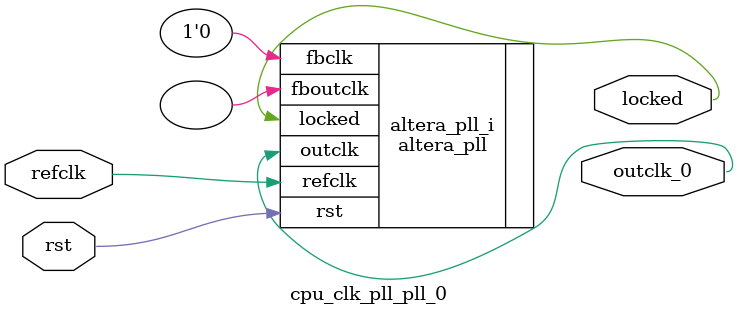
<source format=v>
`timescale 1ns/10ps
module  cpu_clk_pll_pll_0(

	// interface 'refclk'
	input wire refclk,

	// interface 'reset'
	input wire rst,

	// interface 'outclk0'
	output wire outclk_0,

	// interface 'locked'
	output wire locked
);

	altera_pll #(
		.fractional_vco_multiplier("false"),
		.reference_clock_frequency("50.0 MHz"),
		.operation_mode("direct"),
		.number_of_clocks(1),
		.output_clock_frequency0("10.000000 MHz"),
		.phase_shift0("0 ps"),
		.duty_cycle0(50),
		.output_clock_frequency1("0 MHz"),
		.phase_shift1("0 ps"),
		.duty_cycle1(50),
		.output_clock_frequency2("0 MHz"),
		.phase_shift2("0 ps"),
		.duty_cycle2(50),
		.output_clock_frequency3("0 MHz"),
		.phase_shift3("0 ps"),
		.duty_cycle3(50),
		.output_clock_frequency4("0 MHz"),
		.phase_shift4("0 ps"),
		.duty_cycle4(50),
		.output_clock_frequency5("0 MHz"),
		.phase_shift5("0 ps"),
		.duty_cycle5(50),
		.output_clock_frequency6("0 MHz"),
		.phase_shift6("0 ps"),
		.duty_cycle6(50),
		.output_clock_frequency7("0 MHz"),
		.phase_shift7("0 ps"),
		.duty_cycle7(50),
		.output_clock_frequency8("0 MHz"),
		.phase_shift8("0 ps"),
		.duty_cycle8(50),
		.output_clock_frequency9("0 MHz"),
		.phase_shift9("0 ps"),
		.duty_cycle9(50),
		.output_clock_frequency10("0 MHz"),
		.phase_shift10("0 ps"),
		.duty_cycle10(50),
		.output_clock_frequency11("0 MHz"),
		.phase_shift11("0 ps"),
		.duty_cycle11(50),
		.output_clock_frequency12("0 MHz"),
		.phase_shift12("0 ps"),
		.duty_cycle12(50),
		.output_clock_frequency13("0 MHz"),
		.phase_shift13("0 ps"),
		.duty_cycle13(50),
		.output_clock_frequency14("0 MHz"),
		.phase_shift14("0 ps"),
		.duty_cycle14(50),
		.output_clock_frequency15("0 MHz"),
		.phase_shift15("0 ps"),
		.duty_cycle15(50),
		.output_clock_frequency16("0 MHz"),
		.phase_shift16("0 ps"),
		.duty_cycle16(50),
		.output_clock_frequency17("0 MHz"),
		.phase_shift17("0 ps"),
		.duty_cycle17(50),
		.pll_type("General"),
		.pll_subtype("General")
	) altera_pll_i (
		.rst	(rst),
		.outclk	({outclk_0}),
		.locked	(locked),
		.fboutclk	( ),
		.fbclk	(1'b0),
		.refclk	(refclk)
	);
endmodule


</source>
